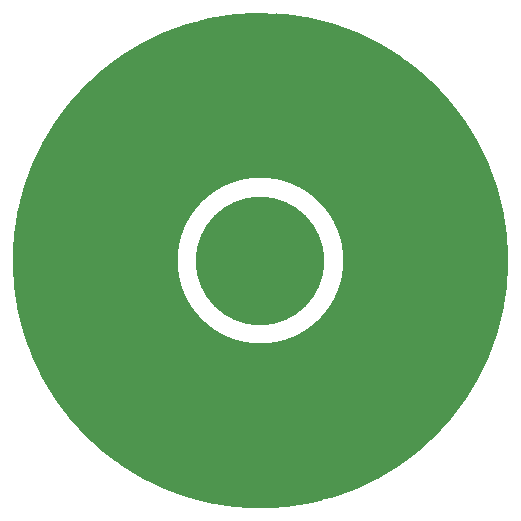
<source format=gbr>
G04 Layer_Color=16711935*
%FSLAX25Y25*%
%MOIN*%
%TF.FileFunction,Soldermask,Bot*%
%TF.Part,Single*%
G01*
G75*
%TA.AperFunction,ConnectorPad*%
%ADD17C,0.20079*%
%ADD18C,0.55118*%
%TA.AperFunction,ConnectorPad*%
%ADD19C,0.42913*%
D17*
X366683Y440497D02*
D03*
X366683Y346905D02*
D03*
D18*
X448819Y393701D02*
G03*
X448819Y393701I-55118J0D01*
G01*
D19*
X393701D02*
D03*
%TF.MD5,F023CA051516F6EAE9D620E51AD67CA2*%
M02*

</source>
